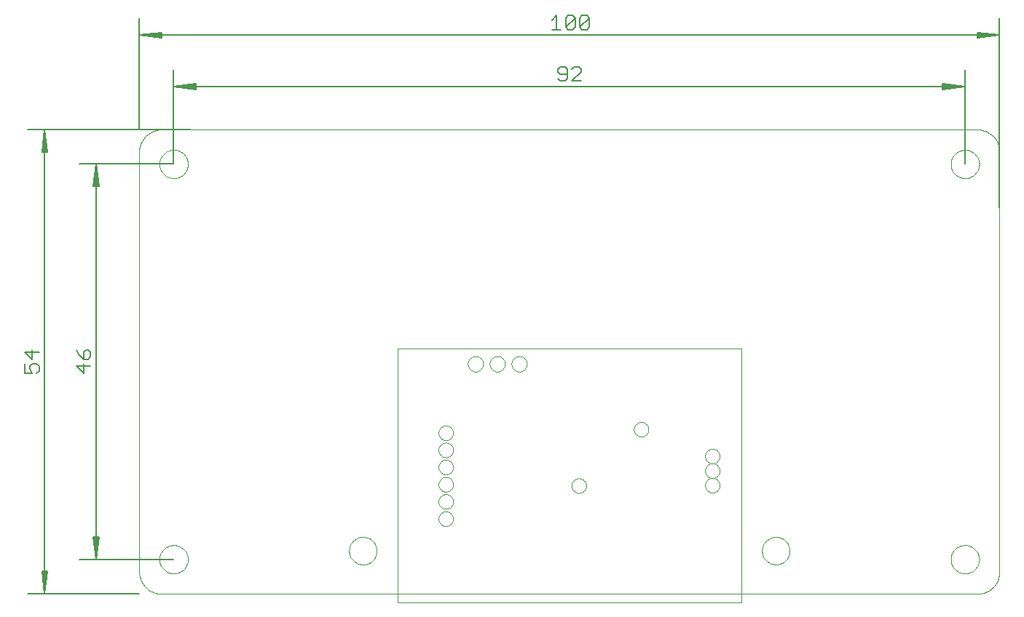
<source format=gbl>
G75*
%MOIN*%
%OFA0B0*%
%FSLAX24Y24*%
%IPPOS*%
%LPD*%
%AMOC8*
5,1,8,0,0,1.08239X$1,22.5*
%
%ADD10C,0.0000*%
%ADD11C,0.0051*%
%ADD12C,0.0060*%
D10*
X005590Y001519D02*
X005590Y020779D01*
X005592Y020839D01*
X005597Y020900D01*
X005606Y020959D01*
X005619Y021018D01*
X005635Y021077D01*
X005655Y021134D01*
X005678Y021189D01*
X005705Y021244D01*
X005734Y021296D01*
X005767Y021347D01*
X005803Y021396D01*
X005841Y021442D01*
X005883Y021486D01*
X005927Y021528D01*
X005973Y021566D01*
X006022Y021602D01*
X006073Y021635D01*
X006125Y021664D01*
X006180Y021691D01*
X006235Y021714D01*
X006292Y021734D01*
X006351Y021750D01*
X006410Y021763D01*
X006469Y021772D01*
X006530Y021777D01*
X006590Y021779D01*
X043960Y021779D01*
X044020Y021777D01*
X044081Y021772D01*
X044140Y021763D01*
X044199Y021750D01*
X044258Y021734D01*
X044315Y021714D01*
X044370Y021691D01*
X044425Y021664D01*
X044477Y021635D01*
X044528Y021602D01*
X044577Y021566D01*
X044623Y021528D01*
X044667Y021486D01*
X044709Y021442D01*
X044747Y021396D01*
X044783Y021347D01*
X044816Y021296D01*
X044845Y021244D01*
X044872Y021189D01*
X044895Y021134D01*
X044915Y021077D01*
X044931Y021018D01*
X044944Y020959D01*
X044953Y020900D01*
X044958Y020839D01*
X044960Y020779D01*
X044960Y001519D01*
X044958Y001459D01*
X044953Y001398D01*
X044944Y001339D01*
X044931Y001280D01*
X044915Y001221D01*
X044895Y001164D01*
X044872Y001109D01*
X044845Y001054D01*
X044816Y001002D01*
X044783Y000951D01*
X044747Y000902D01*
X044709Y000856D01*
X044667Y000812D01*
X044623Y000770D01*
X044577Y000732D01*
X044528Y000696D01*
X044477Y000663D01*
X044425Y000634D01*
X044370Y000607D01*
X044315Y000584D01*
X044258Y000564D01*
X044199Y000548D01*
X044140Y000535D01*
X044081Y000526D01*
X044020Y000521D01*
X043960Y000519D01*
X006590Y000519D01*
X006530Y000521D01*
X006469Y000526D01*
X006410Y000535D01*
X006351Y000548D01*
X006292Y000564D01*
X006235Y000584D01*
X006180Y000607D01*
X006125Y000634D01*
X006073Y000663D01*
X006022Y000696D01*
X005973Y000732D01*
X005927Y000770D01*
X005883Y000812D01*
X005841Y000856D01*
X005803Y000902D01*
X005767Y000951D01*
X005734Y001002D01*
X005705Y001054D01*
X005678Y001109D01*
X005655Y001164D01*
X005635Y001221D01*
X005619Y001280D01*
X005606Y001339D01*
X005597Y001398D01*
X005592Y001459D01*
X005590Y001519D01*
X006515Y002094D02*
X006517Y002144D01*
X006523Y002194D01*
X006533Y002244D01*
X006546Y002292D01*
X006563Y002340D01*
X006584Y002386D01*
X006608Y002430D01*
X006636Y002472D01*
X006667Y002512D01*
X006701Y002549D01*
X006738Y002584D01*
X006777Y002615D01*
X006818Y002644D01*
X006862Y002669D01*
X006908Y002691D01*
X006955Y002709D01*
X007003Y002723D01*
X007052Y002734D01*
X007102Y002741D01*
X007152Y002744D01*
X007203Y002743D01*
X007253Y002738D01*
X007303Y002729D01*
X007351Y002717D01*
X007399Y002700D01*
X007445Y002680D01*
X007490Y002657D01*
X007533Y002630D01*
X007573Y002600D01*
X007611Y002567D01*
X007646Y002531D01*
X007679Y002492D01*
X007708Y002451D01*
X007734Y002408D01*
X007757Y002363D01*
X007776Y002316D01*
X007791Y002268D01*
X007803Y002219D01*
X007811Y002169D01*
X007815Y002119D01*
X007815Y002069D01*
X007811Y002019D01*
X007803Y001969D01*
X007791Y001920D01*
X007776Y001872D01*
X007757Y001825D01*
X007734Y001780D01*
X007708Y001737D01*
X007679Y001696D01*
X007646Y001657D01*
X007611Y001621D01*
X007573Y001588D01*
X007533Y001558D01*
X007490Y001531D01*
X007445Y001508D01*
X007399Y001488D01*
X007351Y001471D01*
X007303Y001459D01*
X007253Y001450D01*
X007203Y001445D01*
X007152Y001444D01*
X007102Y001447D01*
X007052Y001454D01*
X007003Y001465D01*
X006955Y001479D01*
X006908Y001497D01*
X006862Y001519D01*
X006818Y001544D01*
X006777Y001573D01*
X006738Y001604D01*
X006701Y001639D01*
X006667Y001676D01*
X006636Y001716D01*
X006608Y001758D01*
X006584Y001802D01*
X006563Y001848D01*
X006546Y001896D01*
X006533Y001944D01*
X006523Y001994D01*
X006517Y002044D01*
X006515Y002094D01*
X015196Y002488D02*
X015198Y002538D01*
X015204Y002588D01*
X015214Y002637D01*
X015228Y002685D01*
X015245Y002732D01*
X015266Y002777D01*
X015291Y002821D01*
X015319Y002862D01*
X015351Y002901D01*
X015385Y002938D01*
X015422Y002972D01*
X015462Y003002D01*
X015504Y003029D01*
X015548Y003053D01*
X015594Y003074D01*
X015641Y003090D01*
X015689Y003103D01*
X015739Y003112D01*
X015788Y003117D01*
X015839Y003118D01*
X015889Y003115D01*
X015938Y003108D01*
X015987Y003097D01*
X016035Y003082D01*
X016081Y003064D01*
X016126Y003042D01*
X016169Y003016D01*
X016210Y002987D01*
X016249Y002955D01*
X016285Y002920D01*
X016317Y002882D01*
X016347Y002842D01*
X016374Y002799D01*
X016397Y002755D01*
X016416Y002709D01*
X016432Y002661D01*
X016444Y002612D01*
X016452Y002563D01*
X016456Y002513D01*
X016456Y002463D01*
X016452Y002413D01*
X016444Y002364D01*
X016432Y002315D01*
X016416Y002267D01*
X016397Y002221D01*
X016374Y002177D01*
X016347Y002134D01*
X016317Y002094D01*
X016285Y002056D01*
X016249Y002021D01*
X016210Y001989D01*
X016169Y001960D01*
X016126Y001934D01*
X016081Y001912D01*
X016035Y001894D01*
X015987Y001879D01*
X015938Y001868D01*
X015889Y001861D01*
X015839Y001858D01*
X015788Y001859D01*
X015739Y001864D01*
X015689Y001873D01*
X015641Y001886D01*
X015594Y001902D01*
X015548Y001923D01*
X015504Y001947D01*
X015462Y001974D01*
X015422Y002004D01*
X015385Y002038D01*
X015351Y002075D01*
X015319Y002114D01*
X015291Y002155D01*
X015266Y002199D01*
X015245Y002244D01*
X015228Y002291D01*
X015214Y002339D01*
X015204Y002388D01*
X015198Y002438D01*
X015196Y002488D01*
X017401Y000126D02*
X017401Y011740D01*
X033149Y011740D01*
X033149Y000126D01*
X017401Y000126D01*
X019287Y003952D02*
X019289Y003988D01*
X019295Y004024D01*
X019305Y004059D01*
X019318Y004093D01*
X019335Y004125D01*
X019355Y004155D01*
X019379Y004182D01*
X019405Y004207D01*
X019434Y004229D01*
X019465Y004248D01*
X019498Y004263D01*
X019532Y004275D01*
X019568Y004283D01*
X019604Y004287D01*
X019640Y004287D01*
X019676Y004283D01*
X019712Y004275D01*
X019746Y004263D01*
X019779Y004248D01*
X019810Y004229D01*
X019839Y004207D01*
X019865Y004182D01*
X019889Y004155D01*
X019909Y004125D01*
X019926Y004093D01*
X019939Y004059D01*
X019949Y004024D01*
X019955Y003988D01*
X019957Y003952D01*
X019955Y003916D01*
X019949Y003880D01*
X019939Y003845D01*
X019926Y003811D01*
X019909Y003779D01*
X019889Y003749D01*
X019865Y003722D01*
X019839Y003697D01*
X019810Y003675D01*
X019779Y003656D01*
X019746Y003641D01*
X019712Y003629D01*
X019676Y003621D01*
X019640Y003617D01*
X019604Y003617D01*
X019568Y003621D01*
X019532Y003629D01*
X019498Y003641D01*
X019465Y003656D01*
X019434Y003675D01*
X019405Y003697D01*
X019379Y003722D01*
X019355Y003749D01*
X019335Y003779D01*
X019318Y003811D01*
X019305Y003845D01*
X019295Y003880D01*
X019289Y003916D01*
X019287Y003952D01*
X019287Y004740D02*
X019289Y004776D01*
X019295Y004812D01*
X019305Y004847D01*
X019318Y004881D01*
X019335Y004913D01*
X019355Y004943D01*
X019379Y004970D01*
X019405Y004995D01*
X019434Y005017D01*
X019465Y005036D01*
X019498Y005051D01*
X019532Y005063D01*
X019568Y005071D01*
X019604Y005075D01*
X019640Y005075D01*
X019676Y005071D01*
X019712Y005063D01*
X019746Y005051D01*
X019779Y005036D01*
X019810Y005017D01*
X019839Y004995D01*
X019865Y004970D01*
X019889Y004943D01*
X019909Y004913D01*
X019926Y004881D01*
X019939Y004847D01*
X019949Y004812D01*
X019955Y004776D01*
X019957Y004740D01*
X019955Y004704D01*
X019949Y004668D01*
X019939Y004633D01*
X019926Y004599D01*
X019909Y004567D01*
X019889Y004537D01*
X019865Y004510D01*
X019839Y004485D01*
X019810Y004463D01*
X019779Y004444D01*
X019746Y004429D01*
X019712Y004417D01*
X019676Y004409D01*
X019640Y004405D01*
X019604Y004405D01*
X019568Y004409D01*
X019532Y004417D01*
X019498Y004429D01*
X019465Y004444D01*
X019434Y004463D01*
X019405Y004485D01*
X019379Y004510D01*
X019355Y004537D01*
X019335Y004567D01*
X019318Y004599D01*
X019305Y004633D01*
X019295Y004668D01*
X019289Y004704D01*
X019287Y004740D01*
X019287Y005527D02*
X019289Y005563D01*
X019295Y005599D01*
X019305Y005634D01*
X019318Y005668D01*
X019335Y005700D01*
X019355Y005730D01*
X019379Y005757D01*
X019405Y005782D01*
X019434Y005804D01*
X019465Y005823D01*
X019498Y005838D01*
X019532Y005850D01*
X019568Y005858D01*
X019604Y005862D01*
X019640Y005862D01*
X019676Y005858D01*
X019712Y005850D01*
X019746Y005838D01*
X019779Y005823D01*
X019810Y005804D01*
X019839Y005782D01*
X019865Y005757D01*
X019889Y005730D01*
X019909Y005700D01*
X019926Y005668D01*
X019939Y005634D01*
X019949Y005599D01*
X019955Y005563D01*
X019957Y005527D01*
X019955Y005491D01*
X019949Y005455D01*
X019939Y005420D01*
X019926Y005386D01*
X019909Y005354D01*
X019889Y005324D01*
X019865Y005297D01*
X019839Y005272D01*
X019810Y005250D01*
X019779Y005231D01*
X019746Y005216D01*
X019712Y005204D01*
X019676Y005196D01*
X019640Y005192D01*
X019604Y005192D01*
X019568Y005196D01*
X019532Y005204D01*
X019498Y005216D01*
X019465Y005231D01*
X019434Y005250D01*
X019405Y005272D01*
X019379Y005297D01*
X019355Y005324D01*
X019335Y005354D01*
X019318Y005386D01*
X019305Y005420D01*
X019295Y005455D01*
X019289Y005491D01*
X019287Y005527D01*
X019287Y006315D02*
X019289Y006351D01*
X019295Y006387D01*
X019305Y006422D01*
X019318Y006456D01*
X019335Y006488D01*
X019355Y006518D01*
X019379Y006545D01*
X019405Y006570D01*
X019434Y006592D01*
X019465Y006611D01*
X019498Y006626D01*
X019532Y006638D01*
X019568Y006646D01*
X019604Y006650D01*
X019640Y006650D01*
X019676Y006646D01*
X019712Y006638D01*
X019746Y006626D01*
X019779Y006611D01*
X019810Y006592D01*
X019839Y006570D01*
X019865Y006545D01*
X019889Y006518D01*
X019909Y006488D01*
X019926Y006456D01*
X019939Y006422D01*
X019949Y006387D01*
X019955Y006351D01*
X019957Y006315D01*
X019955Y006279D01*
X019949Y006243D01*
X019939Y006208D01*
X019926Y006174D01*
X019909Y006142D01*
X019889Y006112D01*
X019865Y006085D01*
X019839Y006060D01*
X019810Y006038D01*
X019779Y006019D01*
X019746Y006004D01*
X019712Y005992D01*
X019676Y005984D01*
X019640Y005980D01*
X019604Y005980D01*
X019568Y005984D01*
X019532Y005992D01*
X019498Y006004D01*
X019465Y006019D01*
X019434Y006038D01*
X019405Y006060D01*
X019379Y006085D01*
X019355Y006112D01*
X019335Y006142D01*
X019318Y006174D01*
X019305Y006208D01*
X019295Y006243D01*
X019289Y006279D01*
X019287Y006315D01*
X019287Y007102D02*
X019289Y007138D01*
X019295Y007174D01*
X019305Y007209D01*
X019318Y007243D01*
X019335Y007275D01*
X019355Y007305D01*
X019379Y007332D01*
X019405Y007357D01*
X019434Y007379D01*
X019465Y007398D01*
X019498Y007413D01*
X019532Y007425D01*
X019568Y007433D01*
X019604Y007437D01*
X019640Y007437D01*
X019676Y007433D01*
X019712Y007425D01*
X019746Y007413D01*
X019779Y007398D01*
X019810Y007379D01*
X019839Y007357D01*
X019865Y007332D01*
X019889Y007305D01*
X019909Y007275D01*
X019926Y007243D01*
X019939Y007209D01*
X019949Y007174D01*
X019955Y007138D01*
X019957Y007102D01*
X019955Y007066D01*
X019949Y007030D01*
X019939Y006995D01*
X019926Y006961D01*
X019909Y006929D01*
X019889Y006899D01*
X019865Y006872D01*
X019839Y006847D01*
X019810Y006825D01*
X019779Y006806D01*
X019746Y006791D01*
X019712Y006779D01*
X019676Y006771D01*
X019640Y006767D01*
X019604Y006767D01*
X019568Y006771D01*
X019532Y006779D01*
X019498Y006791D01*
X019465Y006806D01*
X019434Y006825D01*
X019405Y006847D01*
X019379Y006872D01*
X019355Y006899D01*
X019335Y006929D01*
X019318Y006961D01*
X019305Y006995D01*
X019295Y007030D01*
X019289Y007066D01*
X019287Y007102D01*
X019287Y007889D02*
X019289Y007925D01*
X019295Y007961D01*
X019305Y007996D01*
X019318Y008030D01*
X019335Y008062D01*
X019355Y008092D01*
X019379Y008119D01*
X019405Y008144D01*
X019434Y008166D01*
X019465Y008185D01*
X019498Y008200D01*
X019532Y008212D01*
X019568Y008220D01*
X019604Y008224D01*
X019640Y008224D01*
X019676Y008220D01*
X019712Y008212D01*
X019746Y008200D01*
X019779Y008185D01*
X019810Y008166D01*
X019839Y008144D01*
X019865Y008119D01*
X019889Y008092D01*
X019909Y008062D01*
X019926Y008030D01*
X019939Y007996D01*
X019949Y007961D01*
X019955Y007925D01*
X019957Y007889D01*
X019955Y007853D01*
X019949Y007817D01*
X019939Y007782D01*
X019926Y007748D01*
X019909Y007716D01*
X019889Y007686D01*
X019865Y007659D01*
X019839Y007634D01*
X019810Y007612D01*
X019779Y007593D01*
X019746Y007578D01*
X019712Y007566D01*
X019676Y007558D01*
X019640Y007554D01*
X019604Y007554D01*
X019568Y007558D01*
X019532Y007566D01*
X019498Y007578D01*
X019465Y007593D01*
X019434Y007612D01*
X019405Y007634D01*
X019379Y007659D01*
X019355Y007686D01*
X019335Y007716D01*
X019318Y007748D01*
X019305Y007782D01*
X019295Y007817D01*
X019289Y007853D01*
X019287Y007889D01*
X020626Y011047D02*
X020628Y011084D01*
X020634Y011121D01*
X020643Y011156D01*
X020657Y011191D01*
X020673Y011224D01*
X020694Y011255D01*
X020717Y011284D01*
X020743Y011310D01*
X020772Y011333D01*
X020803Y011354D01*
X020836Y011370D01*
X020871Y011384D01*
X020906Y011393D01*
X020943Y011399D01*
X020980Y011401D01*
X021017Y011399D01*
X021054Y011393D01*
X021089Y011384D01*
X021124Y011370D01*
X021157Y011354D01*
X021188Y011333D01*
X021217Y011310D01*
X021243Y011284D01*
X021266Y011255D01*
X021287Y011224D01*
X021303Y011191D01*
X021317Y011156D01*
X021326Y011121D01*
X021332Y011084D01*
X021334Y011047D01*
X021332Y011010D01*
X021326Y010973D01*
X021317Y010938D01*
X021303Y010903D01*
X021287Y010870D01*
X021266Y010839D01*
X021243Y010810D01*
X021217Y010784D01*
X021188Y010761D01*
X021157Y010740D01*
X021124Y010724D01*
X021089Y010710D01*
X021054Y010701D01*
X021017Y010695D01*
X020980Y010693D01*
X020943Y010695D01*
X020906Y010701D01*
X020871Y010710D01*
X020836Y010724D01*
X020803Y010740D01*
X020772Y010761D01*
X020743Y010784D01*
X020717Y010810D01*
X020694Y010839D01*
X020673Y010870D01*
X020657Y010903D01*
X020643Y010938D01*
X020634Y010973D01*
X020628Y011010D01*
X020626Y011047D01*
X021626Y011047D02*
X021628Y011084D01*
X021634Y011121D01*
X021643Y011156D01*
X021657Y011191D01*
X021673Y011224D01*
X021694Y011255D01*
X021717Y011284D01*
X021743Y011310D01*
X021772Y011333D01*
X021803Y011354D01*
X021836Y011370D01*
X021871Y011384D01*
X021906Y011393D01*
X021943Y011399D01*
X021980Y011401D01*
X022017Y011399D01*
X022054Y011393D01*
X022089Y011384D01*
X022124Y011370D01*
X022157Y011354D01*
X022188Y011333D01*
X022217Y011310D01*
X022243Y011284D01*
X022266Y011255D01*
X022287Y011224D01*
X022303Y011191D01*
X022317Y011156D01*
X022326Y011121D01*
X022332Y011084D01*
X022334Y011047D01*
X022332Y011010D01*
X022326Y010973D01*
X022317Y010938D01*
X022303Y010903D01*
X022287Y010870D01*
X022266Y010839D01*
X022243Y010810D01*
X022217Y010784D01*
X022188Y010761D01*
X022157Y010740D01*
X022124Y010724D01*
X022089Y010710D01*
X022054Y010701D01*
X022017Y010695D01*
X021980Y010693D01*
X021943Y010695D01*
X021906Y010701D01*
X021871Y010710D01*
X021836Y010724D01*
X021803Y010740D01*
X021772Y010761D01*
X021743Y010784D01*
X021717Y010810D01*
X021694Y010839D01*
X021673Y010870D01*
X021657Y010903D01*
X021643Y010938D01*
X021634Y010973D01*
X021628Y011010D01*
X021626Y011047D01*
X022626Y011047D02*
X022628Y011084D01*
X022634Y011121D01*
X022643Y011156D01*
X022657Y011191D01*
X022673Y011224D01*
X022694Y011255D01*
X022717Y011284D01*
X022743Y011310D01*
X022772Y011333D01*
X022803Y011354D01*
X022836Y011370D01*
X022871Y011384D01*
X022906Y011393D01*
X022943Y011399D01*
X022980Y011401D01*
X023017Y011399D01*
X023054Y011393D01*
X023089Y011384D01*
X023124Y011370D01*
X023157Y011354D01*
X023188Y011333D01*
X023217Y011310D01*
X023243Y011284D01*
X023266Y011255D01*
X023287Y011224D01*
X023303Y011191D01*
X023317Y011156D01*
X023326Y011121D01*
X023332Y011084D01*
X023334Y011047D01*
X023332Y011010D01*
X023326Y010973D01*
X023317Y010938D01*
X023303Y010903D01*
X023287Y010870D01*
X023266Y010839D01*
X023243Y010810D01*
X023217Y010784D01*
X023188Y010761D01*
X023157Y010740D01*
X023124Y010724D01*
X023089Y010710D01*
X023054Y010701D01*
X023017Y010695D01*
X022980Y010693D01*
X022943Y010695D01*
X022906Y010701D01*
X022871Y010710D01*
X022836Y010724D01*
X022803Y010740D01*
X022772Y010761D01*
X022743Y010784D01*
X022717Y010810D01*
X022694Y010839D01*
X022673Y010870D01*
X022657Y010903D01*
X022643Y010938D01*
X022634Y010973D01*
X022628Y011010D01*
X022626Y011047D01*
X028228Y008047D02*
X028230Y008083D01*
X028236Y008119D01*
X028246Y008154D01*
X028259Y008188D01*
X028276Y008220D01*
X028296Y008250D01*
X028320Y008277D01*
X028346Y008302D01*
X028375Y008324D01*
X028406Y008343D01*
X028439Y008358D01*
X028473Y008370D01*
X028509Y008378D01*
X028545Y008382D01*
X028581Y008382D01*
X028617Y008378D01*
X028653Y008370D01*
X028687Y008358D01*
X028720Y008343D01*
X028751Y008324D01*
X028780Y008302D01*
X028806Y008277D01*
X028830Y008250D01*
X028850Y008220D01*
X028867Y008188D01*
X028880Y008154D01*
X028890Y008119D01*
X028896Y008083D01*
X028898Y008047D01*
X028896Y008011D01*
X028890Y007975D01*
X028880Y007940D01*
X028867Y007906D01*
X028850Y007874D01*
X028830Y007844D01*
X028806Y007817D01*
X028780Y007792D01*
X028751Y007770D01*
X028720Y007751D01*
X028687Y007736D01*
X028653Y007724D01*
X028617Y007716D01*
X028581Y007712D01*
X028545Y007712D01*
X028509Y007716D01*
X028473Y007724D01*
X028439Y007736D01*
X028406Y007751D01*
X028375Y007770D01*
X028346Y007792D01*
X028320Y007817D01*
X028296Y007844D01*
X028276Y007874D01*
X028259Y007906D01*
X028246Y007940D01*
X028236Y007975D01*
X028230Y008011D01*
X028228Y008047D01*
X031488Y006822D02*
X031490Y006858D01*
X031496Y006894D01*
X031506Y006929D01*
X031519Y006963D01*
X031536Y006995D01*
X031556Y007025D01*
X031580Y007052D01*
X031606Y007077D01*
X031635Y007099D01*
X031666Y007118D01*
X031699Y007133D01*
X031733Y007145D01*
X031769Y007153D01*
X031805Y007157D01*
X031841Y007157D01*
X031877Y007153D01*
X031913Y007145D01*
X031947Y007133D01*
X031980Y007118D01*
X032011Y007099D01*
X032040Y007077D01*
X032066Y007052D01*
X032090Y007025D01*
X032110Y006995D01*
X032127Y006963D01*
X032140Y006929D01*
X032150Y006894D01*
X032156Y006858D01*
X032158Y006822D01*
X032156Y006786D01*
X032150Y006750D01*
X032140Y006715D01*
X032127Y006681D01*
X032110Y006649D01*
X032090Y006619D01*
X032066Y006592D01*
X032040Y006567D01*
X032011Y006545D01*
X031980Y006526D01*
X031947Y006511D01*
X031913Y006499D01*
X031877Y006491D01*
X031841Y006487D01*
X031805Y006487D01*
X031769Y006491D01*
X031733Y006499D01*
X031699Y006511D01*
X031666Y006526D01*
X031635Y006545D01*
X031606Y006567D01*
X031580Y006592D01*
X031556Y006619D01*
X031536Y006649D01*
X031519Y006681D01*
X031506Y006715D01*
X031496Y006750D01*
X031490Y006786D01*
X031488Y006822D01*
X031488Y006153D02*
X031490Y006189D01*
X031496Y006225D01*
X031506Y006260D01*
X031519Y006294D01*
X031536Y006326D01*
X031556Y006356D01*
X031580Y006383D01*
X031606Y006408D01*
X031635Y006430D01*
X031666Y006449D01*
X031699Y006464D01*
X031733Y006476D01*
X031769Y006484D01*
X031805Y006488D01*
X031841Y006488D01*
X031877Y006484D01*
X031913Y006476D01*
X031947Y006464D01*
X031980Y006449D01*
X032011Y006430D01*
X032040Y006408D01*
X032066Y006383D01*
X032090Y006356D01*
X032110Y006326D01*
X032127Y006294D01*
X032140Y006260D01*
X032150Y006225D01*
X032156Y006189D01*
X032158Y006153D01*
X032156Y006117D01*
X032150Y006081D01*
X032140Y006046D01*
X032127Y006012D01*
X032110Y005980D01*
X032090Y005950D01*
X032066Y005923D01*
X032040Y005898D01*
X032011Y005876D01*
X031980Y005857D01*
X031947Y005842D01*
X031913Y005830D01*
X031877Y005822D01*
X031841Y005818D01*
X031805Y005818D01*
X031769Y005822D01*
X031733Y005830D01*
X031699Y005842D01*
X031666Y005857D01*
X031635Y005876D01*
X031606Y005898D01*
X031580Y005923D01*
X031556Y005950D01*
X031536Y005980D01*
X031519Y006012D01*
X031506Y006046D01*
X031496Y006081D01*
X031490Y006117D01*
X031488Y006153D01*
X031488Y005484D02*
X031490Y005520D01*
X031496Y005556D01*
X031506Y005591D01*
X031519Y005625D01*
X031536Y005657D01*
X031556Y005687D01*
X031580Y005714D01*
X031606Y005739D01*
X031635Y005761D01*
X031666Y005780D01*
X031699Y005795D01*
X031733Y005807D01*
X031769Y005815D01*
X031805Y005819D01*
X031841Y005819D01*
X031877Y005815D01*
X031913Y005807D01*
X031947Y005795D01*
X031980Y005780D01*
X032011Y005761D01*
X032040Y005739D01*
X032066Y005714D01*
X032090Y005687D01*
X032110Y005657D01*
X032127Y005625D01*
X032140Y005591D01*
X032150Y005556D01*
X032156Y005520D01*
X032158Y005484D01*
X032156Y005448D01*
X032150Y005412D01*
X032140Y005377D01*
X032127Y005343D01*
X032110Y005311D01*
X032090Y005281D01*
X032066Y005254D01*
X032040Y005229D01*
X032011Y005207D01*
X031980Y005188D01*
X031947Y005173D01*
X031913Y005161D01*
X031877Y005153D01*
X031841Y005149D01*
X031805Y005149D01*
X031769Y005153D01*
X031733Y005161D01*
X031699Y005173D01*
X031666Y005188D01*
X031635Y005207D01*
X031606Y005229D01*
X031580Y005254D01*
X031556Y005281D01*
X031536Y005311D01*
X031519Y005343D01*
X031506Y005377D01*
X031496Y005412D01*
X031490Y005448D01*
X031488Y005484D01*
X034094Y002488D02*
X034096Y002538D01*
X034102Y002588D01*
X034112Y002637D01*
X034126Y002685D01*
X034143Y002732D01*
X034164Y002777D01*
X034189Y002821D01*
X034217Y002862D01*
X034249Y002901D01*
X034283Y002938D01*
X034320Y002972D01*
X034360Y003002D01*
X034402Y003029D01*
X034446Y003053D01*
X034492Y003074D01*
X034539Y003090D01*
X034587Y003103D01*
X034637Y003112D01*
X034686Y003117D01*
X034737Y003118D01*
X034787Y003115D01*
X034836Y003108D01*
X034885Y003097D01*
X034933Y003082D01*
X034979Y003064D01*
X035024Y003042D01*
X035067Y003016D01*
X035108Y002987D01*
X035147Y002955D01*
X035183Y002920D01*
X035215Y002882D01*
X035245Y002842D01*
X035272Y002799D01*
X035295Y002755D01*
X035314Y002709D01*
X035330Y002661D01*
X035342Y002612D01*
X035350Y002563D01*
X035354Y002513D01*
X035354Y002463D01*
X035350Y002413D01*
X035342Y002364D01*
X035330Y002315D01*
X035314Y002267D01*
X035295Y002221D01*
X035272Y002177D01*
X035245Y002134D01*
X035215Y002094D01*
X035183Y002056D01*
X035147Y002021D01*
X035108Y001989D01*
X035067Y001960D01*
X035024Y001934D01*
X034979Y001912D01*
X034933Y001894D01*
X034885Y001879D01*
X034836Y001868D01*
X034787Y001861D01*
X034737Y001858D01*
X034686Y001859D01*
X034637Y001864D01*
X034587Y001873D01*
X034539Y001886D01*
X034492Y001902D01*
X034446Y001923D01*
X034402Y001947D01*
X034360Y001974D01*
X034320Y002004D01*
X034283Y002038D01*
X034249Y002075D01*
X034217Y002114D01*
X034189Y002155D01*
X034164Y002199D01*
X034143Y002244D01*
X034126Y002291D01*
X034112Y002339D01*
X034102Y002388D01*
X034096Y002438D01*
X034094Y002488D01*
X025377Y005468D02*
X025379Y005504D01*
X025385Y005540D01*
X025395Y005575D01*
X025408Y005609D01*
X025425Y005641D01*
X025445Y005671D01*
X025469Y005698D01*
X025495Y005723D01*
X025524Y005745D01*
X025555Y005764D01*
X025588Y005779D01*
X025622Y005791D01*
X025658Y005799D01*
X025694Y005803D01*
X025730Y005803D01*
X025766Y005799D01*
X025802Y005791D01*
X025836Y005779D01*
X025869Y005764D01*
X025900Y005745D01*
X025929Y005723D01*
X025955Y005698D01*
X025979Y005671D01*
X025999Y005641D01*
X026016Y005609D01*
X026029Y005575D01*
X026039Y005540D01*
X026045Y005504D01*
X026047Y005468D01*
X026045Y005432D01*
X026039Y005396D01*
X026029Y005361D01*
X026016Y005327D01*
X025999Y005295D01*
X025979Y005265D01*
X025955Y005238D01*
X025929Y005213D01*
X025900Y005191D01*
X025869Y005172D01*
X025836Y005157D01*
X025802Y005145D01*
X025766Y005137D01*
X025730Y005133D01*
X025694Y005133D01*
X025658Y005137D01*
X025622Y005145D01*
X025588Y005157D01*
X025555Y005172D01*
X025524Y005191D01*
X025495Y005213D01*
X025469Y005238D01*
X025445Y005265D01*
X025425Y005295D01*
X025408Y005327D01*
X025395Y005361D01*
X025385Y005396D01*
X025379Y005432D01*
X025377Y005468D01*
X042735Y002094D02*
X042737Y002144D01*
X042743Y002194D01*
X042753Y002244D01*
X042766Y002292D01*
X042783Y002340D01*
X042804Y002386D01*
X042828Y002430D01*
X042856Y002472D01*
X042887Y002512D01*
X042921Y002549D01*
X042958Y002584D01*
X042997Y002615D01*
X043038Y002644D01*
X043082Y002669D01*
X043128Y002691D01*
X043175Y002709D01*
X043223Y002723D01*
X043272Y002734D01*
X043322Y002741D01*
X043372Y002744D01*
X043423Y002743D01*
X043473Y002738D01*
X043523Y002729D01*
X043571Y002717D01*
X043619Y002700D01*
X043665Y002680D01*
X043710Y002657D01*
X043753Y002630D01*
X043793Y002600D01*
X043831Y002567D01*
X043866Y002531D01*
X043899Y002492D01*
X043928Y002451D01*
X043954Y002408D01*
X043977Y002363D01*
X043996Y002316D01*
X044011Y002268D01*
X044023Y002219D01*
X044031Y002169D01*
X044035Y002119D01*
X044035Y002069D01*
X044031Y002019D01*
X044023Y001969D01*
X044011Y001920D01*
X043996Y001872D01*
X043977Y001825D01*
X043954Y001780D01*
X043928Y001737D01*
X043899Y001696D01*
X043866Y001657D01*
X043831Y001621D01*
X043793Y001588D01*
X043753Y001558D01*
X043710Y001531D01*
X043665Y001508D01*
X043619Y001488D01*
X043571Y001471D01*
X043523Y001459D01*
X043473Y001450D01*
X043423Y001445D01*
X043372Y001444D01*
X043322Y001447D01*
X043272Y001454D01*
X043223Y001465D01*
X043175Y001479D01*
X043128Y001497D01*
X043082Y001519D01*
X043038Y001544D01*
X042997Y001573D01*
X042958Y001604D01*
X042921Y001639D01*
X042887Y001676D01*
X042856Y001716D01*
X042828Y001758D01*
X042804Y001802D01*
X042783Y001848D01*
X042766Y001896D01*
X042753Y001944D01*
X042743Y001994D01*
X042737Y002044D01*
X042735Y002094D01*
X042735Y020204D02*
X042737Y020254D01*
X042743Y020304D01*
X042753Y020354D01*
X042766Y020402D01*
X042783Y020450D01*
X042804Y020496D01*
X042828Y020540D01*
X042856Y020582D01*
X042887Y020622D01*
X042921Y020659D01*
X042958Y020694D01*
X042997Y020725D01*
X043038Y020754D01*
X043082Y020779D01*
X043128Y020801D01*
X043175Y020819D01*
X043223Y020833D01*
X043272Y020844D01*
X043322Y020851D01*
X043372Y020854D01*
X043423Y020853D01*
X043473Y020848D01*
X043523Y020839D01*
X043571Y020827D01*
X043619Y020810D01*
X043665Y020790D01*
X043710Y020767D01*
X043753Y020740D01*
X043793Y020710D01*
X043831Y020677D01*
X043866Y020641D01*
X043899Y020602D01*
X043928Y020561D01*
X043954Y020518D01*
X043977Y020473D01*
X043996Y020426D01*
X044011Y020378D01*
X044023Y020329D01*
X044031Y020279D01*
X044035Y020229D01*
X044035Y020179D01*
X044031Y020129D01*
X044023Y020079D01*
X044011Y020030D01*
X043996Y019982D01*
X043977Y019935D01*
X043954Y019890D01*
X043928Y019847D01*
X043899Y019806D01*
X043866Y019767D01*
X043831Y019731D01*
X043793Y019698D01*
X043753Y019668D01*
X043710Y019641D01*
X043665Y019618D01*
X043619Y019598D01*
X043571Y019581D01*
X043523Y019569D01*
X043473Y019560D01*
X043423Y019555D01*
X043372Y019554D01*
X043322Y019557D01*
X043272Y019564D01*
X043223Y019575D01*
X043175Y019589D01*
X043128Y019607D01*
X043082Y019629D01*
X043038Y019654D01*
X042997Y019683D01*
X042958Y019714D01*
X042921Y019749D01*
X042887Y019786D01*
X042856Y019826D01*
X042828Y019868D01*
X042804Y019912D01*
X042783Y019958D01*
X042766Y020006D01*
X042753Y020054D01*
X042743Y020104D01*
X042737Y020154D01*
X042735Y020204D01*
X006515Y020204D02*
X006517Y020254D01*
X006523Y020304D01*
X006533Y020354D01*
X006546Y020402D01*
X006563Y020450D01*
X006584Y020496D01*
X006608Y020540D01*
X006636Y020582D01*
X006667Y020622D01*
X006701Y020659D01*
X006738Y020694D01*
X006777Y020725D01*
X006818Y020754D01*
X006862Y020779D01*
X006908Y020801D01*
X006955Y020819D01*
X007003Y020833D01*
X007052Y020844D01*
X007102Y020851D01*
X007152Y020854D01*
X007203Y020853D01*
X007253Y020848D01*
X007303Y020839D01*
X007351Y020827D01*
X007399Y020810D01*
X007445Y020790D01*
X007490Y020767D01*
X007533Y020740D01*
X007573Y020710D01*
X007611Y020677D01*
X007646Y020641D01*
X007679Y020602D01*
X007708Y020561D01*
X007734Y020518D01*
X007757Y020473D01*
X007776Y020426D01*
X007791Y020378D01*
X007803Y020329D01*
X007811Y020279D01*
X007815Y020229D01*
X007815Y020179D01*
X007811Y020129D01*
X007803Y020079D01*
X007791Y020030D01*
X007776Y019982D01*
X007757Y019935D01*
X007734Y019890D01*
X007708Y019847D01*
X007679Y019806D01*
X007646Y019767D01*
X007611Y019731D01*
X007573Y019698D01*
X007533Y019668D01*
X007490Y019641D01*
X007445Y019618D01*
X007399Y019598D01*
X007351Y019581D01*
X007303Y019569D01*
X007253Y019560D01*
X007203Y019555D01*
X007152Y019554D01*
X007102Y019557D01*
X007052Y019564D01*
X007003Y019575D01*
X006955Y019589D01*
X006908Y019607D01*
X006862Y019629D01*
X006818Y019654D01*
X006777Y019683D01*
X006738Y019714D01*
X006701Y019749D01*
X006667Y019786D01*
X006636Y019826D01*
X006608Y019868D01*
X006584Y019912D01*
X006563Y019958D01*
X006546Y020006D01*
X006533Y020054D01*
X006523Y020104D01*
X006517Y020154D01*
X006515Y020204D01*
D11*
X005590Y000519D02*
X000492Y000519D01*
X001260Y000519D02*
X001362Y001543D01*
X001385Y001543D02*
X001260Y000519D01*
X001157Y001543D01*
X001134Y001543D02*
X001385Y001543D01*
X001311Y001543D02*
X001260Y000519D01*
X001208Y001543D01*
X001134Y001543D02*
X001260Y000519D01*
X001260Y021779D01*
X001362Y020756D01*
X001385Y020756D02*
X001260Y021779D01*
X001157Y020756D01*
X001134Y020756D02*
X001385Y020756D01*
X001311Y020756D02*
X001260Y021779D01*
X001208Y020756D01*
X001134Y020756D02*
X001260Y021779D01*
X000492Y021779D02*
X007952Y021779D01*
X005590Y021779D02*
X005590Y026878D01*
X005590Y026110D02*
X006614Y026007D01*
X006614Y025984D02*
X006614Y026236D01*
X005590Y026110D01*
X006614Y026212D01*
X006614Y026161D02*
X005590Y026110D01*
X006614Y026059D01*
X006614Y025984D02*
X005590Y026110D01*
X044960Y026110D01*
X043937Y026007D01*
X043937Y025984D02*
X043937Y026236D01*
X044960Y026110D01*
X043937Y026212D01*
X043937Y026161D02*
X044960Y026110D01*
X043937Y026059D01*
X043937Y025984D02*
X044960Y026110D01*
X044960Y026878D02*
X044960Y018236D01*
X043385Y020204D02*
X043385Y024515D01*
X043385Y023748D02*
X042362Y023645D01*
X042362Y023622D02*
X043385Y023748D01*
X042362Y023850D01*
X042362Y023873D02*
X042362Y023622D01*
X042362Y023696D02*
X043385Y023748D01*
X042362Y023799D01*
X042362Y023873D02*
X043385Y023748D01*
X007165Y023748D01*
X008189Y023645D01*
X008189Y023622D02*
X007165Y023748D01*
X008189Y023850D01*
X008189Y023873D02*
X008189Y023622D01*
X008189Y023696D02*
X007165Y023748D01*
X008189Y023799D01*
X008189Y023873D02*
X007165Y023748D01*
X007165Y024515D02*
X007165Y020204D01*
X002854Y020204D01*
X003622Y020204D02*
X003724Y019181D01*
X003747Y019181D02*
X003622Y020204D01*
X003519Y019181D01*
X003496Y019181D02*
X003747Y019181D01*
X003673Y019181D02*
X003622Y020204D01*
X003571Y019181D01*
X003496Y019181D02*
X003622Y020204D01*
X003622Y002094D01*
X003724Y003118D01*
X003747Y003118D02*
X003622Y002094D01*
X003519Y003118D01*
X003496Y003118D02*
X003747Y003118D01*
X003673Y003118D02*
X003622Y002094D01*
X003571Y003118D01*
X003496Y003118D02*
X003622Y002094D01*
X002854Y002094D02*
X007165Y002094D01*
D12*
X003045Y010620D02*
X003045Y011047D01*
X003045Y011265D02*
X003045Y011585D01*
X003152Y011692D01*
X003259Y011692D01*
X003366Y011585D01*
X003366Y011372D01*
X003259Y011265D01*
X003045Y011265D01*
X002832Y011479D01*
X002725Y011692D01*
X002725Y010941D02*
X003045Y010620D01*
X003366Y010941D02*
X002725Y010941D01*
X001003Y010941D02*
X001003Y010727D01*
X000897Y010620D01*
X000683Y010620D02*
X000576Y010834D01*
X000576Y010941D01*
X000683Y011047D01*
X000897Y011047D01*
X001003Y010941D01*
X000683Y010620D02*
X000363Y010620D01*
X000363Y011047D01*
X000683Y011265D02*
X000683Y011692D01*
X000363Y011585D02*
X000683Y011265D01*
X001003Y011585D02*
X000363Y011585D01*
X024747Y024111D02*
X024853Y024004D01*
X025067Y024004D01*
X025174Y024111D01*
X025174Y024538D01*
X025067Y024644D01*
X024853Y024644D01*
X024747Y024538D01*
X024747Y024431D01*
X024853Y024324D01*
X025174Y024324D01*
X025391Y024538D02*
X025498Y024644D01*
X025711Y024644D01*
X025818Y024538D01*
X025818Y024431D01*
X025391Y024004D01*
X025818Y024004D01*
X025863Y026366D02*
X025756Y026473D01*
X026183Y026900D01*
X026183Y026473D01*
X026077Y026366D01*
X025863Y026366D01*
X025756Y026473D02*
X025756Y026900D01*
X025863Y027007D01*
X026077Y027007D01*
X026183Y026900D01*
X025539Y026900D02*
X025539Y026473D01*
X025432Y026366D01*
X025218Y026366D01*
X025112Y026473D01*
X025539Y026900D01*
X025432Y027007D01*
X025218Y027007D01*
X025112Y026900D01*
X025112Y026473D01*
X024894Y026366D02*
X024467Y026366D01*
X024681Y026366D02*
X024681Y027007D01*
X024467Y026793D01*
M02*

</source>
